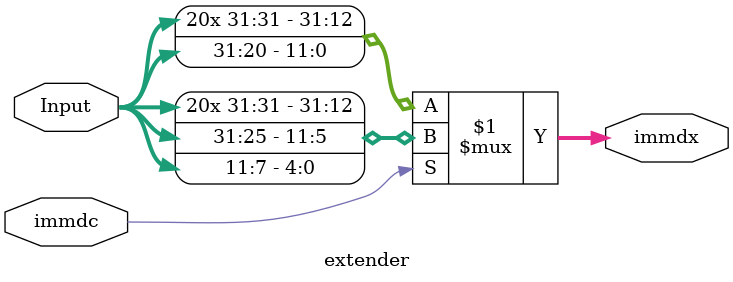
<source format=v>
module decode_cycle(validate,PC_Exmux,clk,rst,IR_out_D,PC_D,PC_1D,regwrt_W,RD_W,Result_W,regwrt_E,oprsel_E,RD1_E,RD2_E,immdx_E,RD_E,PC_DE,PC_1DE,memwrite_E,branch_E,ALUcontrol_E,Rs1_E,Rs2_E,resultctrl_E);
  input clk,rst,regwrt_W,PC_Exmux;
  input [4:0]RD_W;
  input [31:0]IR_out_D,PC_D,PC_1D,Result_W;
  
  output regwrt_E,oprsel_E,memwrite_E,branch_E,resultctrl_E,validate;
  output [3:0]ALUcontrol_E;
  output [31:0]RD1_E,RD2_E,immdx_E;
  output [4:0] Rs1_E,Rs2_E,RD_E;
  output [31:0]PC_DE,PC_1DE;
  
  wire regwrt_D,oprsel_D,memwrite_D,branch_D,resultctrl_D,immdc_D;
  wire [3:0]ALUcontrol_D;
  wire [31:0]RD1_D,RD2_D,immdx_D;

  
  reg regwrt_Dr,oprsel_Dr,memwrite_Dr,branch_Dr,resultctrl_Dr,immdc_Dr;
  reg [3:0]ALUcontrol_Dr;
  reg [31:0]RD1_Dr,RD2_Dr,immdx_Dr;
  reg [4:0]RD_Dr,Rs1_Dr, Rs2_Dr;
  reg [31:0]PC_Dr,PC_1Dr;
  
  
  Control_Unit_Top CTRLUNIT(.Op(IR_out_D[6:0]),
                            .regwrt(regwrt_D),
                            .immdc(immdc_D),
                            .oprsel(oprsel_D),
                            .memwrite(memwrite_D),
                            .resultctrl(resultctrl_D),
                            .branch(branch_D),
                            .funct3(IR_out_D[14:12]),
                            .funct7(IR_out_D[31:25]),
                            .ALUcontrol(ALUcontrol_D));
  
  reg_file regf(.clk(clk),
                .rst(rst),
                .WD(Result_W),
                .WE(regwrt_W),
                .A1(IR_out_D[19:15]),
                .A2(IR_out_D[24:20]),
                .A3(RD_W),
                .RD1(RD1_D),
                .RD2(RD2_D));
  
  extender sign_ext(.Input(IR_out_D[31:0]),
                    .immdx(immdx_D),
                    .immdc(immdc_D));



  
   always @(posedge clk or negedge rst)
    begin
      if (rst == 1'b0) begin
        regwrt_Dr <= 1'b0;
        oprsel_Dr <= 1'b0;
        memwrite_Dr <= 1'b0;
  	    resultctrl_Dr <= 1'b0;
        branch_Dr <= 1'b0;
        ALUcontrol_Dr <= 3'b000;
        RD1_Dr <= 32'h00000000; 
        RD2_Dr <= 32'h00000000; 
        immdx_Dr <= 32'h00000000;
        RD_Dr <= 5'h00;
        PC_Dr <= 32'h00000000; 
        PC_1Dr <= 32'h00000000;
        Rs1_Dr <= 5'h00;
        Rs2_Dr <= 5'h00;
        
      end
      
      else begin
        regwrt_Dr <= regwrt_D;
        oprsel_Dr <= oprsel_D;
        memwrite_Dr <= memwrite_D;
  	    resultctrl_Dr <= resultctrl_D;
        branch_Dr <= branch_D;
        ALUcontrol_Dr <= ALUcontrol_D;
        RD1_Dr <= ((regwrt_W) && (RD_W[4:0] == (IR_out_D[19:15]))) ? Result_W : RD1_D; 
        RD2_Dr <= ((regwrt_W) && (RD_W[4:0] == (IR_out_D[24:20]))) ? Result_W : RD2_D; 
        immdx_Dr <= immdx_D;
        RD_Dr <= IR_out_D[11:7];
        PC_Dr <= PC_D; 
        PC_1Dr <= PC_1D;
        Rs1_Dr <= IR_out_D[19:15];
        Rs2_Dr <= IR_out_D[24:20];
      end
    end
  
  assign regwrt_E = regwrt_Dr;
  assign oprsel_E = oprsel_Dr;
  assign memwrite_E = memwrite_Dr;
  assign resultctrl_E = resultctrl_Dr;
  assign branch_E = branch_Dr;
  assign ALUcontrol_E = ALUcontrol_Dr;
  assign RD1_E = RD1_Dr; 
  assign RD2_E = RD2_Dr; 
  assign immdx_E = immdx_Dr;
  assign RD_E = RD_Dr;
  assign PC_DE = PC_Dr; 
  assign PC_1DE = PC_1Dr;
  assign Rs1_E = Rs1_Dr;
  assign Rs2_E = Rs2_Dr;
  
endmodule
  

  


module Control_Unit_Top(Op,regwrt,immdc,oprsel,memwrite,resultctrl,branch,funct3,funct7,ALUcontrol);
    input [6:0]Op,funct7;
    input [2:0]funct3;
    output regwrt,oprsel,memwrite,resultctrl,branch,immdc;
  output [3:0]ALUcontrol;
  wire [1:0]ALUcode;
  
   Decoder Main_Decoder(.Op(Op),
                        .regwrt(regwrt),
                        .immdc(immdc),
                        .memwrite(memwrite),
                        .resultctrl(resultctrl),
                        .branch(branch),
                        .oprsel(oprsel),
                        .ALUcode(ALUcode));
  
  ALUdecoder ALU_Decoder(.ALUcode(ALUcode),
                         .funct3(funct3),
                         .funct7(funct7),
                         .Op(Op),
                         .ALUcontrol(ALUcontrol));
  
endmodule
  
  


module Decoder(Op,regwrt,immdc,oprsel,resultctrl,memwrite,branch,ALUcode);
  input [6:0]Op;
  output regwrt,immdc,oprsel,resultctrl,memwrite,branch;
  output [1:0]ALUcode;
  
  assign regwrt = (Op == 7'b0000011 | Op == 7'b0110011 | Op == 7'b0010011 ) ? 1'b1 : 1'b0 ;
  assign immdc = (Op == 7'b0100011 | Op == 7'b1100011) ? 1'b1 : 1'b0 ;
  assign oprsel = (Op == 7'b0000011 | Op == 7'b0100011 | Op == 7'b0010011) ? 1'b1 : 1'b0;
  assign resultctrl = (Op == 7'b0000011) ? 1'b1 : 1'b0;
  assign memwrite = (Op == 7'b0100011) ? 1'b1 : 1'b0;
  assign branch = (Op == 7'b1100011) ? 1'b1 : 1'b0;
  assign ALUcode = (Op == 7'b0110011 | Op == 7'b0010011) ? 2'b10 : (Op == 7'b1100011) ? 2'b01 : 2'b00 ;
  
endmodule

module ALUdecoder(ALUcode,ALUcontrol,funct3,funct7,Op);
  input [6:0]Op,funct7;
  input [1:0]ALUcode;
  input [2:0]funct3;
  output [3:0]ALUcontrol;
  
  assign ALUcontrol[3:0] = (ALUcode == 2'b00) ? 4'b0000 : (((ALUcode == 2'b10)&(funct3 == 3'b000)&({Op[5],funct7[5]} == 2'b11)) | (ALUcode == 2'b01)) ? 4'b0001 : ((ALUcode == 2'b10)&(funct3 == 3'b000)&({Op[5],funct7[5]} !== 2'b11)) ? 4'b0000 : ((ALUcode == 2'b10)&(funct3 == 3'b100)) ? 4'b0010 : ((ALUcode == 2'b10)&(funct3 == 3'b110)) ? 4'b0011 : ((ALUcode == 2'b10)&(funct3 == 3'b111)) ? 4'b0100 : 4'b0000;
  
endmodule


module reg_file(clk,rst,WE,WD,A1,A2,A3,RD1,RD2);
  input [4:0]A1,A2,A3;
  input [31:0]WD;
  output [31:0]RD1,RD2;
  input clk,rst,WE;
  
  reg [31:0] Register[31:0];
  always @ (posedge clk)
    begin
       if(WE & (A3 != 5'h00))
            Register[A3] <= WD;
    end

    assign RD1 = (rst==1'b0) ? 32'd0 : Register[A1];
    assign RD2 = (rst==1'b0) ? 32'd0 : Register[A2];

    initial begin
        Register[0] = 32'h00000000;
    end

endmodule
      
module extender(Input,immdc,immdx);
  input [31:0]Input;
  input immdc;
  output [31:0]immdx;
  
  assign immdx[31:0] = (immdc) ? {{20{Input[31]}},Input[31:25],Input[11:7]} : {{20{Input[31]}},Input[31:20]};
endmodule
      

</source>
